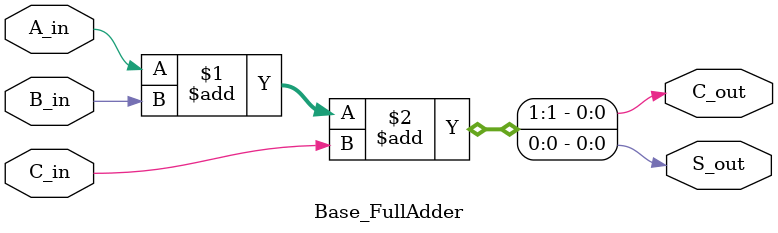
<source format=v>
`timescale 1ns / 1ps


module Base_FullAdder(
    input wire A_in,
    input wire B_in,
    input wire C_in,
    output wire S_out,
    output wire C_out
    );
    
    assign {C_out, S_out} = A_in + B_in + C_in;
    
endmodule

</source>
